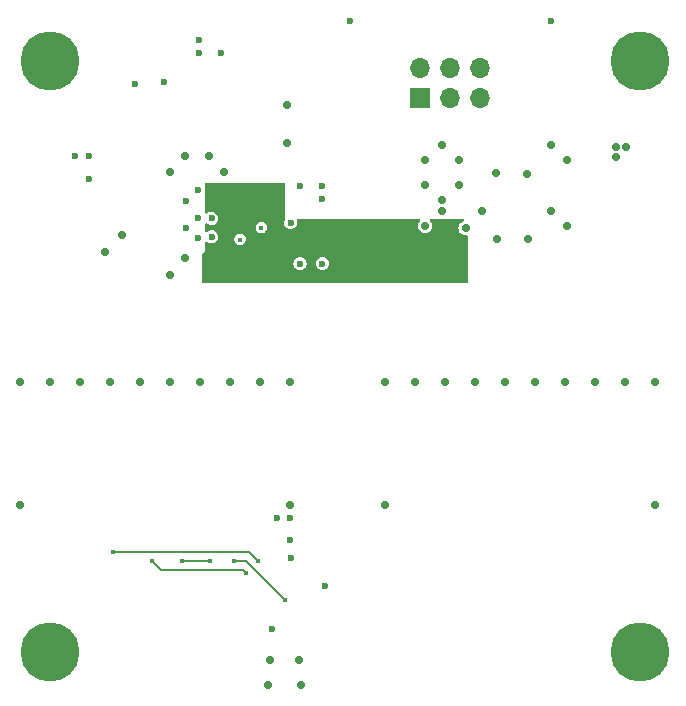
<source format=gbl>
%TF.GenerationSoftware,KiCad,Pcbnew,(6.0.5)*%
%TF.CreationDate,2022-09-03T12:51:18+02:00*%
%TF.ProjectId,hyperram_asic,68797065-7272-4616-9d5f-617369632e6b,rev?*%
%TF.SameCoordinates,Original*%
%TF.FileFunction,Copper,L4,Bot*%
%TF.FilePolarity,Positive*%
%FSLAX46Y46*%
G04 Gerber Fmt 4.6, Leading zero omitted, Abs format (unit mm)*
G04 Created by KiCad (PCBNEW (6.0.5)) date 2022-09-03 12:51:18*
%MOMM*%
%LPD*%
G01*
G04 APERTURE LIST*
%TA.AperFunction,ComponentPad*%
%ADD10O,1.700000X1.700000*%
%TD*%
%TA.AperFunction,ComponentPad*%
%ADD11R,1.700000X1.700000*%
%TD*%
%TA.AperFunction,ViaPad*%
%ADD12C,0.700000*%
%TD*%
%TA.AperFunction,ViaPad*%
%ADD13C,5.000000*%
%TD*%
%TA.AperFunction,ViaPad*%
%ADD14C,0.600000*%
%TD*%
%TA.AperFunction,ViaPad*%
%ADD15C,0.450000*%
%TD*%
%TA.AperFunction,Conductor*%
%ADD16C,0.200000*%
%TD*%
G04 APERTURE END LIST*
D10*
%TO.P,J2,6,Pin_6*%
%TO.N,+5V*%
X183657000Y-74884200D03*
%TO.P,J2,5,Pin_5*%
%TO.N,/mgmt_spi_do*%
X183657000Y-77424200D03*
%TO.P,J2,4,Pin_4*%
%TO.N,GND*%
X181117000Y-74884200D03*
%TO.P,J2,3,Pin_3*%
%TO.N,/mgmt_spi_clk*%
X181117000Y-77424200D03*
%TO.P,J2,2,Pin_2*%
%TO.N,/mgmt_spi_di*%
X178577000Y-74884200D03*
D11*
%TO.P,J2,1,Pin_1*%
%TO.N,/mgmt_spi_cs*%
X178577000Y-77424200D03*
%TD*%
D12*
%TO.N,GND*%
X144758900Y-101502700D03*
%TO.N,+3V3*%
X181864000Y-84759800D03*
%TO.N,+1V8*%
X181853800Y-90332600D03*
D13*
%TO.N,GND*%
X197250000Y-74300000D03*
X147250000Y-124300000D03*
X147250000Y-74300000D03*
X197250000Y-124300000D03*
D12*
%TO.N,+3V3*%
X179019200Y-84785200D03*
D14*
X149402800Y-82372200D03*
D12*
X165862000Y-125044200D03*
D14*
X160934400Y-87604600D03*
X170307000Y-85979000D03*
D12*
X162026600Y-83718400D03*
D14*
X156870400Y-76047600D03*
D12*
X168351200Y-125044200D03*
X160731200Y-82296000D03*
D14*
X166497000Y-112953800D03*
X160934400Y-89179400D03*
X159842200Y-72491600D03*
D12*
X180441600Y-86029800D03*
D14*
%TO.N,GND*%
X159816800Y-89281000D03*
X170307000Y-91440000D03*
D12*
X188315600Y-101498400D03*
X158648400Y-82296000D03*
X187604400Y-83820000D03*
D14*
X167614600Y-112953800D03*
X172618400Y-70866000D03*
D12*
X153390600Y-89027000D03*
X189636400Y-86969600D03*
X195148200Y-82397600D03*
X180441600Y-81432400D03*
X167284400Y-78054200D03*
X187731400Y-89382600D03*
D15*
X163347400Y-89408000D03*
D12*
X179019200Y-82702400D03*
X167284400Y-81229200D03*
X165735000Y-127127000D03*
X185778900Y-101501700D03*
X180695600Y-101498400D03*
D14*
X167640000Y-87985600D03*
D12*
X154918900Y-101502700D03*
X179019200Y-88239600D03*
X195935600Y-101498400D03*
D14*
X158800800Y-86106000D03*
D12*
X144758900Y-111857300D03*
D14*
X154432000Y-76200000D03*
D12*
X180441600Y-86995000D03*
D14*
X159791400Y-87604600D03*
D12*
X175618900Y-111858300D03*
X175615600Y-101498400D03*
D15*
X165150800Y-88392000D03*
D12*
X151892000Y-90474800D03*
X195148200Y-81534000D03*
X191058800Y-82702400D03*
X185089800Y-89382600D03*
X198475600Y-101498400D03*
D14*
X159816800Y-85191600D03*
X159842200Y-73634600D03*
D12*
X196011800Y-81534000D03*
X183235600Y-101498400D03*
X189661800Y-81432400D03*
X191033400Y-88239600D03*
X157378400Y-83718400D03*
X147298900Y-101502700D03*
D14*
X168427400Y-84836000D03*
D12*
X162534600Y-101498400D03*
X159994600Y-101498400D03*
X168529000Y-127127000D03*
X149838900Y-101502700D03*
D14*
X167640000Y-116382800D03*
X189687200Y-70866000D03*
X166090600Y-122377200D03*
X161721800Y-73634600D03*
D12*
X183819800Y-86969600D03*
X185013600Y-83794600D03*
D14*
X170307000Y-84836000D03*
D12*
X167614600Y-111861600D03*
X167614600Y-101498400D03*
D14*
X158800800Y-88392000D03*
D12*
X158648400Y-90982800D03*
X198478900Y-111858300D03*
D14*
X168427400Y-91440000D03*
D12*
X178155600Y-101498400D03*
D14*
X150545800Y-84251800D03*
D12*
X152378900Y-101502700D03*
X190855600Y-101498400D03*
X182448200Y-88442800D03*
X157454600Y-101498400D03*
X181864000Y-82702400D03*
D14*
X170561000Y-118719600D03*
D12*
X193398900Y-101501700D03*
D14*
X167614600Y-114833400D03*
D12*
X157378400Y-92405200D03*
D14*
X150545800Y-82372200D03*
D12*
X165074600Y-101498400D03*
%TO.N,+1V8*%
X162001200Y-92405200D03*
D14*
X160934400Y-85191600D03*
X170307000Y-90297000D03*
D12*
X180416200Y-91592400D03*
X179019200Y-90322400D03*
X160731200Y-91084400D03*
D15*
%TO.N,/hr_dq2*%
X167157400Y-119888000D03*
X162814000Y-116586000D03*
%TO.N,/hr_dq7*%
X152552400Y-115824000D03*
X164846000Y-116586000D03*
%TO.N,/hr_dq6*%
X155854400Y-116586000D03*
X163830000Y-117602000D03*
%TO.N,/hr_dq5*%
X160782000Y-116586000D03*
X158394400Y-116586000D03*
%TD*%
D16*
%TO.N,/hr_dq2*%
X167157400Y-119888000D02*
X163855400Y-116586000D01*
X162814000Y-116586000D02*
X163855400Y-116586000D01*
%TO.N,/hr_dq7*%
X164084000Y-115824000D02*
X152552400Y-115824000D01*
X164846000Y-116586000D02*
X164084000Y-115824000D01*
%TO.N,/hr_dq6*%
X156616400Y-117348000D02*
X163576000Y-117348000D01*
X163830000Y-117602000D02*
X163576000Y-117348000D01*
X155854400Y-116586000D02*
X156616400Y-117348000D01*
%TO.N,/hr_dq5*%
X158394400Y-116586000D02*
X160782000Y-116586000D01*
%TD*%
%TA.AperFunction,Conductor*%
%TO.N,+1V8*%
G36*
X167074121Y-84602002D02*
G01*
X167120614Y-84655658D01*
X167132000Y-84708000D01*
X167132000Y-87630000D01*
X167137319Y-87630000D01*
X167145449Y-87657688D01*
X167145449Y-87728684D01*
X167140962Y-87741404D01*
X167102987Y-87833084D01*
X167099772Y-87840846D01*
X167098695Y-87849030D01*
X167098694Y-87849032D01*
X167086406Y-87942373D01*
X167080715Y-87985600D01*
X167081793Y-87993788D01*
X167098318Y-88119308D01*
X167099772Y-88130354D01*
X167106076Y-88145573D01*
X167151832Y-88256036D01*
X167155645Y-88265242D01*
X167244526Y-88381074D01*
X167251076Y-88386100D01*
X167251079Y-88386103D01*
X167353804Y-88464927D01*
X167360357Y-88469955D01*
X167495246Y-88525828D01*
X167503434Y-88526906D01*
X167567623Y-88535356D01*
X167640000Y-88544885D01*
X167648188Y-88543807D01*
X167776566Y-88526906D01*
X167784754Y-88525828D01*
X167919643Y-88469955D01*
X167926196Y-88464927D01*
X168028921Y-88386103D01*
X168028924Y-88386100D01*
X168035474Y-88381074D01*
X168124355Y-88265242D01*
X168128169Y-88256036D01*
X168173924Y-88145573D01*
X168180228Y-88130354D01*
X168181683Y-88119308D01*
X168198207Y-87993788D01*
X168199285Y-87985600D01*
X168193594Y-87942373D01*
X168181306Y-87849032D01*
X168181305Y-87849030D01*
X168180228Y-87840846D01*
X168177013Y-87833084D01*
X168165057Y-87804220D01*
X168157467Y-87733630D01*
X168189245Y-87670143D01*
X168250303Y-87633914D01*
X168281465Y-87630000D01*
X178469505Y-87630000D01*
X178537626Y-87650002D01*
X178584119Y-87703658D01*
X178594223Y-87773932D01*
X178569467Y-87832704D01*
X178506689Y-87914518D01*
X178491170Y-87934742D01*
X178488010Y-87942372D01*
X178488009Y-87942373D01*
X178433419Y-88074166D01*
X178433418Y-88074170D01*
X178430260Y-88081794D01*
X178409484Y-88239600D01*
X178430260Y-88397406D01*
X178433418Y-88405030D01*
X178433419Y-88405034D01*
X178488009Y-88536827D01*
X178491170Y-88544458D01*
X178496197Y-88551009D01*
X178496198Y-88551011D01*
X178549224Y-88620115D01*
X178588066Y-88670734D01*
X178594616Y-88675760D01*
X178646333Y-88715444D01*
X178714342Y-88767630D01*
X178721972Y-88770790D01*
X178721973Y-88770791D01*
X178853766Y-88825381D01*
X178853770Y-88825382D01*
X178861394Y-88828540D01*
X179019200Y-88849316D01*
X179177006Y-88828540D01*
X179184630Y-88825382D01*
X179184634Y-88825381D01*
X179316427Y-88770791D01*
X179316428Y-88770790D01*
X179324058Y-88767630D01*
X179392068Y-88715444D01*
X179443784Y-88675760D01*
X179450334Y-88670734D01*
X179489176Y-88620115D01*
X179542202Y-88551011D01*
X179542203Y-88551009D01*
X179547230Y-88544458D01*
X179550391Y-88536827D01*
X179604981Y-88405034D01*
X179604982Y-88405030D01*
X179608140Y-88397406D01*
X179628916Y-88239600D01*
X179608140Y-88081794D01*
X179604982Y-88074170D01*
X179604981Y-88074166D01*
X179550391Y-87942373D01*
X179550390Y-87942372D01*
X179547230Y-87934742D01*
X179531712Y-87914518D01*
X179468933Y-87832704D01*
X179443332Y-87766484D01*
X179457597Y-87696935D01*
X179507198Y-87646139D01*
X179568895Y-87630000D01*
X182197395Y-87630000D01*
X182265516Y-87650002D01*
X182312009Y-87703658D01*
X182322113Y-87773932D01*
X182292619Y-87838512D01*
X182245614Y-87872408D01*
X182143342Y-87914770D01*
X182136791Y-87919797D01*
X182136789Y-87919798D01*
X182040710Y-87993523D01*
X182017066Y-88011666D01*
X182012040Y-88018216D01*
X181925495Y-88131003D01*
X181920170Y-88137942D01*
X181917010Y-88145572D01*
X181917009Y-88145573D01*
X181862419Y-88277366D01*
X181862418Y-88277370D01*
X181859260Y-88284994D01*
X181838484Y-88442800D01*
X181859260Y-88600606D01*
X181862418Y-88608230D01*
X181862419Y-88608234D01*
X181909424Y-88721715D01*
X181920170Y-88747658D01*
X181925197Y-88754209D01*
X181925198Y-88754211D01*
X181982234Y-88828540D01*
X182017066Y-88873934D01*
X182023616Y-88878960D01*
X182133567Y-88963329D01*
X182143342Y-88970830D01*
X182150972Y-88973990D01*
X182150973Y-88973991D01*
X182282766Y-89028581D01*
X182282770Y-89028582D01*
X182290394Y-89031740D01*
X182448200Y-89052516D01*
X182456388Y-89051438D01*
X182456391Y-89051438D01*
X182483555Y-89047862D01*
X182553703Y-89058802D01*
X182606802Y-89105930D01*
X182626000Y-89172784D01*
X182626000Y-92990400D01*
X182605998Y-93058521D01*
X182552342Y-93105014D01*
X182500000Y-93116400D01*
X160273000Y-93116400D01*
X160204879Y-93096398D01*
X160158386Y-93042742D01*
X160147000Y-92990400D01*
X160147000Y-91440000D01*
X167868115Y-91440000D01*
X167887172Y-91584754D01*
X167943045Y-91719642D01*
X168031926Y-91835474D01*
X168038476Y-91840500D01*
X168038479Y-91840503D01*
X168141204Y-91919327D01*
X168147757Y-91924355D01*
X168282646Y-91980228D01*
X168427400Y-91999285D01*
X168435588Y-91998207D01*
X168563966Y-91981306D01*
X168572154Y-91980228D01*
X168707043Y-91924355D01*
X168713596Y-91919327D01*
X168816321Y-91840503D01*
X168816324Y-91840500D01*
X168822874Y-91835474D01*
X168911755Y-91719642D01*
X168967628Y-91584754D01*
X168986685Y-91440000D01*
X169747715Y-91440000D01*
X169766772Y-91584754D01*
X169822645Y-91719642D01*
X169911526Y-91835474D01*
X169918076Y-91840500D01*
X169918079Y-91840503D01*
X170020804Y-91919327D01*
X170027357Y-91924355D01*
X170162246Y-91980228D01*
X170307000Y-91999285D01*
X170315188Y-91998207D01*
X170443566Y-91981306D01*
X170451754Y-91980228D01*
X170586643Y-91924355D01*
X170593196Y-91919327D01*
X170695921Y-91840503D01*
X170695924Y-91840500D01*
X170702474Y-91835474D01*
X170791355Y-91719642D01*
X170847228Y-91584754D01*
X170866285Y-91440000D01*
X170847228Y-91295246D01*
X170791355Y-91160358D01*
X170702474Y-91044526D01*
X170695924Y-91039500D01*
X170695921Y-91039497D01*
X170593196Y-90960673D01*
X170593194Y-90960672D01*
X170586643Y-90955645D01*
X170451754Y-90899772D01*
X170307000Y-90880715D01*
X170298812Y-90881793D01*
X170170432Y-90898694D01*
X170170430Y-90898695D01*
X170162246Y-90899772D01*
X170114430Y-90919578D01*
X170034986Y-90952485D01*
X170034984Y-90952486D01*
X170027358Y-90955645D01*
X169911526Y-91044526D01*
X169822645Y-91160358D01*
X169766772Y-91295246D01*
X169747715Y-91440000D01*
X168986685Y-91440000D01*
X168967628Y-91295246D01*
X168911755Y-91160358D01*
X168822874Y-91044526D01*
X168816324Y-91039500D01*
X168816321Y-91039497D01*
X168713596Y-90960673D01*
X168713594Y-90960672D01*
X168707043Y-90955645D01*
X168572154Y-90899772D01*
X168427400Y-90880715D01*
X168419212Y-90881793D01*
X168290832Y-90898694D01*
X168290830Y-90898695D01*
X168282646Y-90899772D01*
X168234830Y-90919578D01*
X168155386Y-90952485D01*
X168155384Y-90952486D01*
X168147758Y-90955645D01*
X168031926Y-91044526D01*
X167943045Y-91160358D01*
X167887172Y-91295246D01*
X167868115Y-91440000D01*
X160147000Y-91440000D01*
X160147000Y-90679390D01*
X160167002Y-90611269D01*
X160183905Y-90590295D01*
X160375600Y-90398600D01*
X160375600Y-89705052D01*
X160395602Y-89636931D01*
X160449258Y-89590438D01*
X160519532Y-89580334D01*
X160578304Y-89605090D01*
X160619800Y-89636931D01*
X160654757Y-89663755D01*
X160789646Y-89719628D01*
X160934400Y-89738685D01*
X160942588Y-89737607D01*
X161070966Y-89720706D01*
X161079154Y-89719628D01*
X161214043Y-89663755D01*
X161224447Y-89655772D01*
X161323321Y-89579903D01*
X161323324Y-89579900D01*
X161329874Y-89574874D01*
X161338708Y-89563362D01*
X161413728Y-89465593D01*
X161418755Y-89459042D01*
X161432544Y-89425754D01*
X161442349Y-89402082D01*
X162863005Y-89402082D01*
X162864169Y-89410984D01*
X162864169Y-89410987D01*
X162865954Y-89424633D01*
X162880814Y-89538273D01*
X162936132Y-89663992D01*
X162941910Y-89670865D01*
X162941910Y-89670866D01*
X162998918Y-89738685D01*
X163024511Y-89769132D01*
X163138847Y-89845240D01*
X163269949Y-89886199D01*
X163407276Y-89888716D01*
X163416509Y-89886199D01*
X163531127Y-89854951D01*
X163539791Y-89852589D01*
X163656839Y-89780721D01*
X163714998Y-89716468D01*
X163742984Y-89685550D01*
X163742985Y-89685549D01*
X163749012Y-89678890D01*
X163799408Y-89574874D01*
X163804985Y-89563362D01*
X163804985Y-89563361D01*
X163808899Y-89555283D01*
X163831686Y-89419836D01*
X163831831Y-89408000D01*
X163830984Y-89402082D01*
X163813632Y-89280923D01*
X163813632Y-89280921D01*
X163812359Y-89272036D01*
X163755510Y-89147003D01*
X163665853Y-89042951D01*
X163550596Y-88968244D01*
X163419003Y-88928890D01*
X163410027Y-88928835D01*
X163410026Y-88928835D01*
X163352480Y-88928484D01*
X163281655Y-88928051D01*
X163149592Y-88965795D01*
X163142005Y-88970582D01*
X163142003Y-88970583D01*
X163136602Y-88973991D01*
X163033431Y-89039087D01*
X162942509Y-89142036D01*
X162938695Y-89150159D01*
X162938694Y-89150161D01*
X162921122Y-89187588D01*
X162884136Y-89266366D01*
X162876413Y-89315968D01*
X162864386Y-89393209D01*
X162864386Y-89393213D01*
X162863005Y-89402082D01*
X161442349Y-89402082D01*
X161471469Y-89331780D01*
X161474628Y-89324154D01*
X161480320Y-89280923D01*
X161492607Y-89187588D01*
X161493685Y-89179400D01*
X161476099Y-89045816D01*
X161475706Y-89042832D01*
X161475705Y-89042830D01*
X161474628Y-89034646D01*
X161431888Y-88931463D01*
X161421915Y-88907386D01*
X161421914Y-88907384D01*
X161418755Y-88899758D01*
X161329874Y-88783926D01*
X161323324Y-88778900D01*
X161323321Y-88778897D01*
X161220596Y-88700073D01*
X161220594Y-88700072D01*
X161214043Y-88695045D01*
X161079154Y-88639172D01*
X160934400Y-88620115D01*
X160926212Y-88621193D01*
X160797832Y-88638094D01*
X160797830Y-88638095D01*
X160789646Y-88639172D01*
X160768353Y-88647992D01*
X160662386Y-88691885D01*
X160662384Y-88691886D01*
X160654758Y-88695045D01*
X160620001Y-88721715D01*
X160578304Y-88753710D01*
X160512083Y-88779310D01*
X160442535Y-88765045D01*
X160391739Y-88715444D01*
X160375600Y-88653747D01*
X160375600Y-88386082D01*
X164666405Y-88386082D01*
X164667569Y-88394984D01*
X164667569Y-88394987D01*
X164668883Y-88405034D01*
X164684214Y-88522273D01*
X164739532Y-88647992D01*
X164745310Y-88654865D01*
X164745310Y-88654866D01*
X164783310Y-88700073D01*
X164827911Y-88753132D01*
X164942247Y-88829240D01*
X165038430Y-88859290D01*
X165064339Y-88867384D01*
X165073349Y-88870199D01*
X165210676Y-88872716D01*
X165219909Y-88870199D01*
X165334527Y-88838951D01*
X165343191Y-88836589D01*
X165460239Y-88764721D01*
X165499166Y-88721715D01*
X165546384Y-88669550D01*
X165546385Y-88669549D01*
X165552412Y-88662890D01*
X165562373Y-88642332D01*
X165608385Y-88547362D01*
X165608385Y-88547361D01*
X165612299Y-88539283D01*
X165635086Y-88403836D01*
X165635231Y-88392000D01*
X165634387Y-88386103D01*
X165617032Y-88264923D01*
X165617032Y-88264921D01*
X165615759Y-88256036D01*
X165558910Y-88131003D01*
X165469253Y-88026951D01*
X165353996Y-87952244D01*
X165222403Y-87912890D01*
X165213427Y-87912835D01*
X165213426Y-87912835D01*
X165155880Y-87912484D01*
X165085055Y-87912051D01*
X164952992Y-87949795D01*
X164945405Y-87954582D01*
X164945403Y-87954583D01*
X164896244Y-87985600D01*
X164836831Y-88023087D01*
X164830888Y-88029816D01*
X164775867Y-88092115D01*
X164745909Y-88126036D01*
X164742095Y-88134159D01*
X164742094Y-88134161D01*
X164737086Y-88144828D01*
X164687536Y-88250366D01*
X164680870Y-88293178D01*
X164667786Y-88377209D01*
X164667786Y-88377213D01*
X164666405Y-88386082D01*
X160375600Y-88386082D01*
X160375600Y-88130252D01*
X160395602Y-88062131D01*
X160449258Y-88015638D01*
X160519532Y-88005534D01*
X160578304Y-88030290D01*
X160645425Y-88081794D01*
X160654757Y-88088955D01*
X160763894Y-88134161D01*
X160773114Y-88137980D01*
X160789646Y-88144828D01*
X160934400Y-88163885D01*
X160942588Y-88162807D01*
X161070966Y-88145906D01*
X161079154Y-88144828D01*
X161095687Y-88137980D01*
X161104906Y-88134161D01*
X161214043Y-88088955D01*
X161220596Y-88083927D01*
X161323321Y-88005103D01*
X161323324Y-88005100D01*
X161329874Y-88000074D01*
X161364781Y-87954583D01*
X161395523Y-87914518D01*
X161418755Y-87884242D01*
X161423657Y-87872409D01*
X161471469Y-87756980D01*
X161474628Y-87749354D01*
X161479603Y-87711570D01*
X161492607Y-87612788D01*
X161493685Y-87604600D01*
X161474628Y-87459846D01*
X161418755Y-87324958D01*
X161329874Y-87209126D01*
X161323324Y-87204100D01*
X161323321Y-87204097D01*
X161220596Y-87125273D01*
X161220594Y-87125272D01*
X161214043Y-87120245D01*
X161079154Y-87064372D01*
X160934400Y-87045315D01*
X160926212Y-87046393D01*
X160797832Y-87063294D01*
X160797830Y-87063295D01*
X160789646Y-87064372D01*
X160754459Y-87078947D01*
X160662386Y-87117085D01*
X160662384Y-87117086D01*
X160654758Y-87120245D01*
X160612324Y-87152806D01*
X160578304Y-87178910D01*
X160512083Y-87204510D01*
X160442535Y-87190245D01*
X160391739Y-87140644D01*
X160375600Y-87078947D01*
X160375600Y-85195284D01*
X160376085Y-85191600D01*
X160375600Y-85187916D01*
X160375600Y-84708000D01*
X160395602Y-84639879D01*
X160449258Y-84593386D01*
X160501600Y-84582000D01*
X167006000Y-84582000D01*
X167074121Y-84602002D01*
G37*
%TD.AperFunction*%
%TD*%
M02*

</source>
